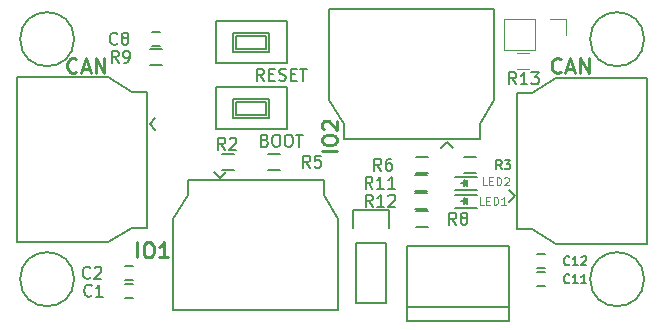
<source format=gto>
G04 #@! TF.FileFunction,Legend,Top*
%FSLAX46Y46*%
G04 Gerber Fmt 4.6, Leading zero omitted, Abs format (unit mm)*
G04 Created by KiCad (PCBNEW 4.0.6) date Fri Jul  7 23:07:04 2017*
%MOMM*%
%LPD*%
G01*
G04 APERTURE LIST*
%ADD10C,0.090000*%
%ADD11C,0.096520*%
%ADD12C,0.254000*%
%ADD13C,0.150000*%
%ADD14C,0.120000*%
%ADD15C,0.127000*%
G04 APERTURE END LIST*
D10*
D11*
X148711557Y-111181243D02*
X148384986Y-111181243D01*
X148384986Y-110495443D01*
X148940157Y-110822014D02*
X149168757Y-110822014D01*
X149266728Y-111181243D02*
X148940157Y-111181243D01*
X148940157Y-110495443D01*
X149266728Y-110495443D01*
X149560643Y-111181243D02*
X149560643Y-110495443D01*
X149723928Y-110495443D01*
X149821900Y-110528100D01*
X149887214Y-110593414D01*
X149919871Y-110658729D01*
X149952528Y-110789357D01*
X149952528Y-110887329D01*
X149919871Y-111017957D01*
X149887214Y-111083271D01*
X149821900Y-111148586D01*
X149723928Y-111181243D01*
X149560643Y-111181243D01*
X150605671Y-111181243D02*
X150213786Y-111181243D01*
X150409728Y-111181243D02*
X150409728Y-110495443D01*
X150344414Y-110593414D01*
X150279100Y-110658729D01*
X150213786Y-110691386D01*
X148965557Y-109530243D02*
X148638986Y-109530243D01*
X148638986Y-108844443D01*
X149194157Y-109171014D02*
X149422757Y-109171014D01*
X149520728Y-109530243D02*
X149194157Y-109530243D01*
X149194157Y-108844443D01*
X149520728Y-108844443D01*
X149814643Y-109530243D02*
X149814643Y-108844443D01*
X149977928Y-108844443D01*
X150075900Y-108877100D01*
X150141214Y-108942414D01*
X150173871Y-109007729D01*
X150206528Y-109138357D01*
X150206528Y-109236329D01*
X150173871Y-109366957D01*
X150141214Y-109432271D01*
X150075900Y-109497586D01*
X149977928Y-109530243D01*
X149814643Y-109530243D01*
X150467786Y-108909757D02*
X150500443Y-108877100D01*
X150565757Y-108844443D01*
X150729043Y-108844443D01*
X150794357Y-108877100D01*
X150827014Y-108909757D01*
X150859671Y-108975071D01*
X150859671Y-109040386D01*
X150827014Y-109138357D01*
X150435128Y-109530243D01*
X150859671Y-109530243D01*
D12*
X136312124Y-106654600D02*
X135042124Y-106654600D01*
X135042124Y-105807933D02*
X135042124Y-105566029D01*
X135102600Y-105445076D01*
X135223552Y-105324124D01*
X135465457Y-105263648D01*
X135888790Y-105263648D01*
X136130695Y-105324124D01*
X136251648Y-105445076D01*
X136312124Y-105566029D01*
X136312124Y-105807933D01*
X136251648Y-105928886D01*
X136130695Y-106049838D01*
X135888790Y-106110314D01*
X135465457Y-106110314D01*
X135223552Y-106049838D01*
X135102600Y-105928886D01*
X135042124Y-105807933D01*
X135163076Y-104779838D02*
X135102600Y-104719362D01*
X135042124Y-104598410D01*
X135042124Y-104296029D01*
X135102600Y-104175076D01*
X135163076Y-104114600D01*
X135284029Y-104054124D01*
X135404981Y-104054124D01*
X135586410Y-104114600D01*
X136312124Y-104840314D01*
X136312124Y-104054124D01*
X119380000Y-115636524D02*
X119380000Y-114366524D01*
X120226667Y-114366524D02*
X120468571Y-114366524D01*
X120589524Y-114427000D01*
X120710476Y-114547952D01*
X120770952Y-114789857D01*
X120770952Y-115213190D01*
X120710476Y-115455095D01*
X120589524Y-115576048D01*
X120468571Y-115636524D01*
X120226667Y-115636524D01*
X120105714Y-115576048D01*
X119984762Y-115455095D01*
X119924286Y-115213190D01*
X119924286Y-114789857D01*
X119984762Y-114547952D01*
X120105714Y-114427000D01*
X120226667Y-114366524D01*
X121980476Y-115636524D02*
X121254762Y-115636524D01*
X121617619Y-115636524D02*
X121617619Y-114366524D01*
X121496667Y-114547952D01*
X121375714Y-114668905D01*
X121254762Y-114729381D01*
X114245572Y-99894571D02*
X114185096Y-99955048D01*
X114003667Y-100015524D01*
X113882715Y-100015524D01*
X113701287Y-99955048D01*
X113580334Y-99834095D01*
X113519858Y-99713143D01*
X113459382Y-99471238D01*
X113459382Y-99289810D01*
X113519858Y-99047905D01*
X113580334Y-98926952D01*
X113701287Y-98806000D01*
X113882715Y-98745524D01*
X114003667Y-98745524D01*
X114185096Y-98806000D01*
X114245572Y-98866476D01*
X114729382Y-99652667D02*
X115334144Y-99652667D01*
X114608429Y-100015524D02*
X115031763Y-98745524D01*
X115455096Y-100015524D01*
X115878429Y-100015524D02*
X115878429Y-98745524D01*
X116604143Y-100015524D01*
X116604143Y-98745524D01*
X155266572Y-99894571D02*
X155206096Y-99955048D01*
X155024667Y-100015524D01*
X154903715Y-100015524D01*
X154722287Y-99955048D01*
X154601334Y-99834095D01*
X154540858Y-99713143D01*
X154480382Y-99471238D01*
X154480382Y-99289810D01*
X154540858Y-99047905D01*
X154601334Y-98926952D01*
X154722287Y-98806000D01*
X154903715Y-98745524D01*
X155024667Y-98745524D01*
X155206096Y-98806000D01*
X155266572Y-98866476D01*
X155750382Y-99652667D02*
X156355144Y-99652667D01*
X155629429Y-100015524D02*
X156052763Y-98745524D01*
X156476096Y-100015524D01*
X156899429Y-100015524D02*
X156899429Y-98745524D01*
X157625143Y-100015524D01*
X157625143Y-98745524D01*
D13*
X151342340Y-110456986D02*
X150842340Y-109956986D01*
X150842340Y-110956986D02*
X151342340Y-110456986D01*
X154842340Y-114456986D02*
X162592340Y-114456986D01*
X152842340Y-113206986D02*
X154842340Y-114456986D01*
X151542340Y-113206986D02*
X152842340Y-113206986D01*
X151542340Y-101706986D02*
X151542340Y-113206986D01*
X152842340Y-101706986D02*
X151542340Y-101706986D01*
X154842340Y-100456986D02*
X152842340Y-101706986D01*
X162592340Y-100456986D02*
X154842340Y-100456986D01*
X162592340Y-114456986D02*
X162592340Y-100456986D01*
X114046000Y-117475000D02*
G75*
G03X114046000Y-117475000I-2286000J0D01*
G01*
X114046000Y-97155000D02*
G75*
G03X114046000Y-97155000I-2286000J0D01*
G01*
X162306000Y-97155000D02*
G75*
G03X162306000Y-97155000I-2286000J0D01*
G01*
X119034000Y-119091000D02*
X118334000Y-119091000D01*
X118334000Y-117891000D02*
X119034000Y-117891000D01*
X119029000Y-117567000D02*
X118329000Y-117567000D01*
X118329000Y-116367000D02*
X119029000Y-116367000D01*
X121320000Y-97755000D02*
X120620000Y-97755000D01*
X120620000Y-96555000D02*
X121320000Y-96555000D01*
X153254000Y-116875000D02*
X153954000Y-116875000D01*
X153954000Y-118075000D02*
X153254000Y-118075000D01*
X153254000Y-115351000D02*
X153954000Y-115351000D01*
X153954000Y-116551000D02*
X153254000Y-116551000D01*
X137922000Y-114427000D02*
X137922000Y-119507000D01*
X137922000Y-119507000D02*
X140462000Y-119507000D01*
X140462000Y-119507000D02*
X140462000Y-114427000D01*
X140742000Y-111607000D02*
X140742000Y-113157000D01*
X140462000Y-114427000D02*
X137922000Y-114427000D01*
X137642000Y-113157000D02*
X137642000Y-111607000D01*
X137642000Y-111607000D02*
X140742000Y-111607000D01*
X142207100Y-121038460D02*
X150907100Y-121038460D01*
X142207100Y-114633460D02*
X150907100Y-114633460D01*
X150907100Y-114633460D02*
X150907100Y-121038460D01*
X150907100Y-119808460D02*
X142207100Y-119808460D01*
X142207100Y-121038460D02*
X142207100Y-114633460D01*
X126584000Y-106894000D02*
X127584000Y-106894000D01*
X127584000Y-108244000D02*
X126584000Y-108244000D01*
X148074000Y-108498000D02*
X147074000Y-108498000D01*
X147074000Y-107148000D02*
X148074000Y-107148000D01*
X131480000Y-108244000D02*
X130480000Y-108244000D01*
X130480000Y-106894000D02*
X131480000Y-106894000D01*
X143010000Y-107148000D02*
X144010000Y-107148000D01*
X144010000Y-108498000D02*
X143010000Y-108498000D01*
X144010000Y-113070000D02*
X143010000Y-113070000D01*
X143010000Y-111720000D02*
X144010000Y-111720000D01*
X120447000Y-98004000D02*
X121447000Y-98004000D01*
X121447000Y-99354000D02*
X120447000Y-99354000D01*
X142926000Y-108672000D02*
X143926000Y-108672000D01*
X143926000Y-110022000D02*
X142926000Y-110022000D01*
X142946500Y-110196000D02*
X143946500Y-110196000D01*
X143946500Y-111546000D02*
X142946500Y-111546000D01*
X127792110Y-96858780D02*
X130292110Y-96858780D01*
X130292110Y-96858780D02*
X130292110Y-97958780D01*
X130292110Y-97958780D02*
X127792110Y-97958780D01*
X127792110Y-97958780D02*
X127792110Y-96858780D01*
X127542110Y-98208780D02*
X130542110Y-98208780D01*
X127542110Y-96608780D02*
X130542110Y-96608780D01*
X130542110Y-96608780D02*
X130542110Y-98208780D01*
X127542110Y-96608780D02*
X127542110Y-98208780D01*
X126042110Y-99158780D02*
X132042110Y-99158780D01*
X126042110Y-95658780D02*
X132042110Y-95658780D01*
X126042110Y-95658780D02*
X126042110Y-99158780D01*
X132042110Y-95658780D02*
X132042110Y-99158780D01*
X127792110Y-102446780D02*
X130292110Y-102446780D01*
X130292110Y-102446780D02*
X130292110Y-103546780D01*
X130292110Y-103546780D02*
X127792110Y-103546780D01*
X127792110Y-103546780D02*
X127792110Y-102446780D01*
X127542110Y-103796780D02*
X130542110Y-103796780D01*
X127542110Y-102196780D02*
X130542110Y-102196780D01*
X130542110Y-102196780D02*
X130542110Y-103796780D01*
X127542110Y-102196780D02*
X127542110Y-103796780D01*
X126042110Y-104746780D02*
X132042110Y-104746780D01*
X126042110Y-101246780D02*
X132042110Y-101246780D01*
X126042110Y-101246780D02*
X126042110Y-104746780D01*
X132042110Y-101246780D02*
X132042110Y-104746780D01*
X162306000Y-117475000D02*
G75*
G03X162306000Y-117475000I-2286000J0D01*
G01*
X148166000Y-108797000D02*
X146266000Y-108797000D01*
X148166000Y-109897000D02*
X146266000Y-109897000D01*
X147266000Y-109347000D02*
X146816000Y-109347000D01*
X147316000Y-109597000D02*
X147316000Y-109097000D01*
X147316000Y-109347000D02*
X147066000Y-109597000D01*
X147066000Y-109597000D02*
X147066000Y-109097000D01*
X147066000Y-109097000D02*
X147316000Y-109347000D01*
X148166000Y-110321000D02*
X146266000Y-110321000D01*
X148166000Y-111421000D02*
X146266000Y-111421000D01*
X147266000Y-110871000D02*
X146816000Y-110871000D01*
X147316000Y-111121000D02*
X147316000Y-110621000D01*
X147316000Y-110871000D02*
X147066000Y-111121000D01*
X147066000Y-111121000D02*
X147066000Y-110621000D01*
X147066000Y-110621000D02*
X147316000Y-110871000D01*
X126427986Y-108871000D02*
X126927986Y-108371000D01*
X125927986Y-108371000D02*
X126427986Y-108871000D01*
X122427986Y-112371000D02*
X122427986Y-120121000D01*
X123677986Y-110371000D02*
X122427986Y-112371000D01*
X123677986Y-109071000D02*
X123677986Y-110371000D01*
X135177986Y-109071000D02*
X123677986Y-109071000D01*
X135177986Y-110371000D02*
X135177986Y-109071000D01*
X136427986Y-112371000D02*
X135177986Y-110371000D01*
X136427986Y-120121000D02*
X136427986Y-112371000D01*
X122427986Y-120121000D02*
X136427986Y-120121000D01*
X145635986Y-105832660D02*
X145135986Y-106332660D01*
X146135986Y-106332660D02*
X145635986Y-105832660D01*
X149635986Y-102332660D02*
X149635986Y-94582660D01*
X148385986Y-104332660D02*
X149635986Y-102332660D01*
X148385986Y-105632660D02*
X148385986Y-104332660D01*
X136885986Y-105632660D02*
X148385986Y-105632660D01*
X136885986Y-104332660D02*
X136885986Y-105632660D01*
X135635986Y-102332660D02*
X136885986Y-104332660D01*
X135635986Y-94582660D02*
X135635986Y-102332660D01*
X149635986Y-94582660D02*
X135635986Y-94582660D01*
X120437660Y-104363006D02*
X120937660Y-104863006D01*
X120937660Y-103863006D02*
X120437660Y-104363006D01*
X116937660Y-100363006D02*
X109187660Y-100363006D01*
X118937660Y-101613006D02*
X116937660Y-100363006D01*
X120237660Y-101613006D02*
X118937660Y-101613006D01*
X120237660Y-113113006D02*
X120237660Y-101613006D01*
X118937660Y-113113006D02*
X120237660Y-113113006D01*
X116937660Y-114363006D02*
X118937660Y-113113006D01*
X109187660Y-114363006D02*
X116937660Y-114363006D01*
X109187660Y-100363006D02*
X109187660Y-114363006D01*
D14*
X153060400Y-95444000D02*
X150460400Y-95444000D01*
X150460400Y-95444000D02*
X150460400Y-98104000D01*
X150460400Y-98104000D02*
X153060400Y-98104000D01*
X153060400Y-98104000D02*
X153060400Y-95444000D01*
X154330400Y-95444000D02*
X155660400Y-95444000D01*
X155660400Y-95444000D02*
X155660400Y-96774000D01*
X152556400Y-99689200D02*
X151556400Y-99689200D01*
X151556400Y-98329200D02*
X152556400Y-98329200D01*
D13*
X115530334Y-118848143D02*
X115482715Y-118895762D01*
X115339858Y-118943381D01*
X115244620Y-118943381D01*
X115101762Y-118895762D01*
X115006524Y-118800524D01*
X114958905Y-118705286D01*
X114911286Y-118514810D01*
X114911286Y-118371952D01*
X114958905Y-118181476D01*
X115006524Y-118086238D01*
X115101762Y-117991000D01*
X115244620Y-117943381D01*
X115339858Y-117943381D01*
X115482715Y-117991000D01*
X115530334Y-118038619D01*
X116482715Y-118943381D02*
X115911286Y-118943381D01*
X116197000Y-118943381D02*
X116197000Y-117943381D01*
X116101762Y-118086238D01*
X116006524Y-118181476D01*
X115911286Y-118229095D01*
X115403334Y-117324143D02*
X115355715Y-117371762D01*
X115212858Y-117419381D01*
X115117620Y-117419381D01*
X114974762Y-117371762D01*
X114879524Y-117276524D01*
X114831905Y-117181286D01*
X114784286Y-116990810D01*
X114784286Y-116847952D01*
X114831905Y-116657476D01*
X114879524Y-116562238D01*
X114974762Y-116467000D01*
X115117620Y-116419381D01*
X115212858Y-116419381D01*
X115355715Y-116467000D01*
X115403334Y-116514619D01*
X115784286Y-116514619D02*
X115831905Y-116467000D01*
X115927143Y-116419381D01*
X116165239Y-116419381D01*
X116260477Y-116467000D01*
X116308096Y-116514619D01*
X116355715Y-116609857D01*
X116355715Y-116705095D01*
X116308096Y-116847952D01*
X115736667Y-117419381D01*
X116355715Y-117419381D01*
X117689334Y-97512143D02*
X117641715Y-97559762D01*
X117498858Y-97607381D01*
X117403620Y-97607381D01*
X117260762Y-97559762D01*
X117165524Y-97464524D01*
X117117905Y-97369286D01*
X117070286Y-97178810D01*
X117070286Y-97035952D01*
X117117905Y-96845476D01*
X117165524Y-96750238D01*
X117260762Y-96655000D01*
X117403620Y-96607381D01*
X117498858Y-96607381D01*
X117641715Y-96655000D01*
X117689334Y-96702619D01*
X118260762Y-97035952D02*
X118165524Y-96988333D01*
X118117905Y-96940714D01*
X118070286Y-96845476D01*
X118070286Y-96797857D01*
X118117905Y-96702619D01*
X118165524Y-96655000D01*
X118260762Y-96607381D01*
X118451239Y-96607381D01*
X118546477Y-96655000D01*
X118594096Y-96702619D01*
X118641715Y-96797857D01*
X118641715Y-96845476D01*
X118594096Y-96940714D01*
X118546477Y-96988333D01*
X118451239Y-97035952D01*
X118260762Y-97035952D01*
X118165524Y-97083571D01*
X118117905Y-97131190D01*
X118070286Y-97226429D01*
X118070286Y-97416905D01*
X118117905Y-97512143D01*
X118165524Y-97559762D01*
X118260762Y-97607381D01*
X118451239Y-97607381D01*
X118546477Y-97559762D01*
X118594096Y-97512143D01*
X118641715Y-97416905D01*
X118641715Y-97226429D01*
X118594096Y-97131190D01*
X118546477Y-97083571D01*
X118451239Y-97035952D01*
D15*
X155974143Y-117747143D02*
X155937857Y-117783429D01*
X155829000Y-117819714D01*
X155756429Y-117819714D01*
X155647572Y-117783429D01*
X155575000Y-117710857D01*
X155538715Y-117638286D01*
X155502429Y-117493143D01*
X155502429Y-117384286D01*
X155538715Y-117239143D01*
X155575000Y-117166571D01*
X155647572Y-117094000D01*
X155756429Y-117057714D01*
X155829000Y-117057714D01*
X155937857Y-117094000D01*
X155974143Y-117130286D01*
X156699857Y-117819714D02*
X156264429Y-117819714D01*
X156482143Y-117819714D02*
X156482143Y-117057714D01*
X156409572Y-117166571D01*
X156337000Y-117239143D01*
X156264429Y-117275429D01*
X157425571Y-117819714D02*
X156990143Y-117819714D01*
X157207857Y-117819714D02*
X157207857Y-117057714D01*
X157135286Y-117166571D01*
X157062714Y-117239143D01*
X156990143Y-117275429D01*
X155974143Y-116223143D02*
X155937857Y-116259429D01*
X155829000Y-116295714D01*
X155756429Y-116295714D01*
X155647572Y-116259429D01*
X155575000Y-116186857D01*
X155538715Y-116114286D01*
X155502429Y-115969143D01*
X155502429Y-115860286D01*
X155538715Y-115715143D01*
X155575000Y-115642571D01*
X155647572Y-115570000D01*
X155756429Y-115533714D01*
X155829000Y-115533714D01*
X155937857Y-115570000D01*
X155974143Y-115606286D01*
X156699857Y-116295714D02*
X156264429Y-116295714D01*
X156482143Y-116295714D02*
X156482143Y-115533714D01*
X156409572Y-115642571D01*
X156337000Y-115715143D01*
X156264429Y-115751429D01*
X156990143Y-115606286D02*
X157026429Y-115570000D01*
X157099000Y-115533714D01*
X157280429Y-115533714D01*
X157353000Y-115570000D01*
X157389286Y-115606286D01*
X157425571Y-115678857D01*
X157425571Y-115751429D01*
X157389286Y-115860286D01*
X156953857Y-116295714D01*
X157425571Y-116295714D01*
D13*
X126833334Y-106497381D02*
X126500000Y-106021190D01*
X126261905Y-106497381D02*
X126261905Y-105497381D01*
X126642858Y-105497381D01*
X126738096Y-105545000D01*
X126785715Y-105592619D01*
X126833334Y-105687857D01*
X126833334Y-105830714D01*
X126785715Y-105925952D01*
X126738096Y-105973571D01*
X126642858Y-106021190D01*
X126261905Y-106021190D01*
X127214286Y-105592619D02*
X127261905Y-105545000D01*
X127357143Y-105497381D01*
X127595239Y-105497381D01*
X127690477Y-105545000D01*
X127738096Y-105592619D01*
X127785715Y-105687857D01*
X127785715Y-105783095D01*
X127738096Y-105925952D01*
X127166667Y-106497381D01*
X127785715Y-106497381D01*
D15*
X150241000Y-108167714D02*
X149987000Y-107804857D01*
X149805572Y-108167714D02*
X149805572Y-107405714D01*
X150095857Y-107405714D01*
X150168429Y-107442000D01*
X150204714Y-107478286D01*
X150241000Y-107550857D01*
X150241000Y-107659714D01*
X150204714Y-107732286D01*
X150168429Y-107768571D01*
X150095857Y-107804857D01*
X149805572Y-107804857D01*
X150495000Y-107405714D02*
X150966714Y-107405714D01*
X150712714Y-107696000D01*
X150821572Y-107696000D01*
X150894143Y-107732286D01*
X150930429Y-107768571D01*
X150966714Y-107841143D01*
X150966714Y-108022571D01*
X150930429Y-108095143D01*
X150894143Y-108131429D01*
X150821572Y-108167714D01*
X150603857Y-108167714D01*
X150531286Y-108131429D01*
X150495000Y-108095143D01*
D13*
X134031334Y-108021381D02*
X133698000Y-107545190D01*
X133459905Y-108021381D02*
X133459905Y-107021381D01*
X133840858Y-107021381D01*
X133936096Y-107069000D01*
X133983715Y-107116619D01*
X134031334Y-107211857D01*
X134031334Y-107354714D01*
X133983715Y-107449952D01*
X133936096Y-107497571D01*
X133840858Y-107545190D01*
X133459905Y-107545190D01*
X134936096Y-107021381D02*
X134459905Y-107021381D01*
X134412286Y-107497571D01*
X134459905Y-107449952D01*
X134555143Y-107402333D01*
X134793239Y-107402333D01*
X134888477Y-107449952D01*
X134936096Y-107497571D01*
X134983715Y-107592810D01*
X134983715Y-107830905D01*
X134936096Y-107926143D01*
X134888477Y-107973762D01*
X134793239Y-108021381D01*
X134555143Y-108021381D01*
X134459905Y-107973762D01*
X134412286Y-107926143D01*
X140041334Y-108275381D02*
X139708000Y-107799190D01*
X139469905Y-108275381D02*
X139469905Y-107275381D01*
X139850858Y-107275381D01*
X139946096Y-107323000D01*
X139993715Y-107370619D01*
X140041334Y-107465857D01*
X140041334Y-107608714D01*
X139993715Y-107703952D01*
X139946096Y-107751571D01*
X139850858Y-107799190D01*
X139469905Y-107799190D01*
X140898477Y-107275381D02*
X140708000Y-107275381D01*
X140612762Y-107323000D01*
X140565143Y-107370619D01*
X140469905Y-107513476D01*
X140422286Y-107703952D01*
X140422286Y-108084905D01*
X140469905Y-108180143D01*
X140517524Y-108227762D01*
X140612762Y-108275381D01*
X140803239Y-108275381D01*
X140898477Y-108227762D01*
X140946096Y-108180143D01*
X140993715Y-108084905D01*
X140993715Y-107846810D01*
X140946096Y-107751571D01*
X140898477Y-107703952D01*
X140803239Y-107656333D01*
X140612762Y-107656333D01*
X140517524Y-107703952D01*
X140469905Y-107751571D01*
X140422286Y-107846810D01*
X146391334Y-112847381D02*
X146058000Y-112371190D01*
X145819905Y-112847381D02*
X145819905Y-111847381D01*
X146200858Y-111847381D01*
X146296096Y-111895000D01*
X146343715Y-111942619D01*
X146391334Y-112037857D01*
X146391334Y-112180714D01*
X146343715Y-112275952D01*
X146296096Y-112323571D01*
X146200858Y-112371190D01*
X145819905Y-112371190D01*
X146962762Y-112275952D02*
X146867524Y-112228333D01*
X146819905Y-112180714D01*
X146772286Y-112085476D01*
X146772286Y-112037857D01*
X146819905Y-111942619D01*
X146867524Y-111895000D01*
X146962762Y-111847381D01*
X147153239Y-111847381D01*
X147248477Y-111895000D01*
X147296096Y-111942619D01*
X147343715Y-112037857D01*
X147343715Y-112085476D01*
X147296096Y-112180714D01*
X147248477Y-112228333D01*
X147153239Y-112275952D01*
X146962762Y-112275952D01*
X146867524Y-112323571D01*
X146819905Y-112371190D01*
X146772286Y-112466429D01*
X146772286Y-112656905D01*
X146819905Y-112752143D01*
X146867524Y-112799762D01*
X146962762Y-112847381D01*
X147153239Y-112847381D01*
X147248477Y-112799762D01*
X147296096Y-112752143D01*
X147343715Y-112656905D01*
X147343715Y-112466429D01*
X147296096Y-112371190D01*
X147248477Y-112323571D01*
X147153239Y-112275952D01*
X117816334Y-99131381D02*
X117483000Y-98655190D01*
X117244905Y-99131381D02*
X117244905Y-98131381D01*
X117625858Y-98131381D01*
X117721096Y-98179000D01*
X117768715Y-98226619D01*
X117816334Y-98321857D01*
X117816334Y-98464714D01*
X117768715Y-98559952D01*
X117721096Y-98607571D01*
X117625858Y-98655190D01*
X117244905Y-98655190D01*
X118292524Y-99131381D02*
X118483000Y-99131381D01*
X118578239Y-99083762D01*
X118625858Y-99036143D01*
X118721096Y-98893286D01*
X118768715Y-98702810D01*
X118768715Y-98321857D01*
X118721096Y-98226619D01*
X118673477Y-98179000D01*
X118578239Y-98131381D01*
X118387762Y-98131381D01*
X118292524Y-98179000D01*
X118244905Y-98226619D01*
X118197286Y-98321857D01*
X118197286Y-98559952D01*
X118244905Y-98655190D01*
X118292524Y-98702810D01*
X118387762Y-98750429D01*
X118578239Y-98750429D01*
X118673477Y-98702810D01*
X118721096Y-98655190D01*
X118768715Y-98559952D01*
X139311143Y-109799381D02*
X138977809Y-109323190D01*
X138739714Y-109799381D02*
X138739714Y-108799381D01*
X139120667Y-108799381D01*
X139215905Y-108847000D01*
X139263524Y-108894619D01*
X139311143Y-108989857D01*
X139311143Y-109132714D01*
X139263524Y-109227952D01*
X139215905Y-109275571D01*
X139120667Y-109323190D01*
X138739714Y-109323190D01*
X140263524Y-109799381D02*
X139692095Y-109799381D01*
X139977809Y-109799381D02*
X139977809Y-108799381D01*
X139882571Y-108942238D01*
X139787333Y-109037476D01*
X139692095Y-109085095D01*
X141215905Y-109799381D02*
X140644476Y-109799381D01*
X140930190Y-109799381D02*
X140930190Y-108799381D01*
X140834952Y-108942238D01*
X140739714Y-109037476D01*
X140644476Y-109085095D01*
X139331643Y-111323381D02*
X138998309Y-110847190D01*
X138760214Y-111323381D02*
X138760214Y-110323381D01*
X139141167Y-110323381D01*
X139236405Y-110371000D01*
X139284024Y-110418619D01*
X139331643Y-110513857D01*
X139331643Y-110656714D01*
X139284024Y-110751952D01*
X139236405Y-110799571D01*
X139141167Y-110847190D01*
X138760214Y-110847190D01*
X140284024Y-111323381D02*
X139712595Y-111323381D01*
X139998309Y-111323381D02*
X139998309Y-110323381D01*
X139903071Y-110466238D01*
X139807833Y-110561476D01*
X139712595Y-110609095D01*
X140664976Y-110418619D02*
X140712595Y-110371000D01*
X140807833Y-110323381D01*
X141045929Y-110323381D01*
X141141167Y-110371000D01*
X141188786Y-110418619D01*
X141236405Y-110513857D01*
X141236405Y-110609095D01*
X141188786Y-110751952D01*
X140617357Y-111323381D01*
X141236405Y-111323381D01*
X130119619Y-100655381D02*
X129786285Y-100179190D01*
X129548190Y-100655381D02*
X129548190Y-99655381D01*
X129929143Y-99655381D01*
X130024381Y-99703000D01*
X130072000Y-99750619D01*
X130119619Y-99845857D01*
X130119619Y-99988714D01*
X130072000Y-100083952D01*
X130024381Y-100131571D01*
X129929143Y-100179190D01*
X129548190Y-100179190D01*
X130548190Y-100131571D02*
X130881524Y-100131571D01*
X131024381Y-100655381D02*
X130548190Y-100655381D01*
X130548190Y-99655381D01*
X131024381Y-99655381D01*
X131405333Y-100607762D02*
X131548190Y-100655381D01*
X131786286Y-100655381D01*
X131881524Y-100607762D01*
X131929143Y-100560143D01*
X131976762Y-100464905D01*
X131976762Y-100369667D01*
X131929143Y-100274429D01*
X131881524Y-100226810D01*
X131786286Y-100179190D01*
X131595809Y-100131571D01*
X131500571Y-100083952D01*
X131452952Y-100036333D01*
X131405333Y-99941095D01*
X131405333Y-99845857D01*
X131452952Y-99750619D01*
X131500571Y-99703000D01*
X131595809Y-99655381D01*
X131833905Y-99655381D01*
X131976762Y-99703000D01*
X132405333Y-100131571D02*
X132738667Y-100131571D01*
X132881524Y-100655381D02*
X132405333Y-100655381D01*
X132405333Y-99655381D01*
X132881524Y-99655381D01*
X133167238Y-99655381D02*
X133738667Y-99655381D01*
X133452952Y-100655381D02*
X133452952Y-99655381D01*
X130214858Y-105719571D02*
X130357715Y-105767190D01*
X130405334Y-105814810D01*
X130452953Y-105910048D01*
X130452953Y-106052905D01*
X130405334Y-106148143D01*
X130357715Y-106195762D01*
X130262477Y-106243381D01*
X129881524Y-106243381D01*
X129881524Y-105243381D01*
X130214858Y-105243381D01*
X130310096Y-105291000D01*
X130357715Y-105338619D01*
X130405334Y-105433857D01*
X130405334Y-105529095D01*
X130357715Y-105624333D01*
X130310096Y-105671952D01*
X130214858Y-105719571D01*
X129881524Y-105719571D01*
X131072000Y-105243381D02*
X131262477Y-105243381D01*
X131357715Y-105291000D01*
X131452953Y-105386238D01*
X131500572Y-105576714D01*
X131500572Y-105910048D01*
X131452953Y-106100524D01*
X131357715Y-106195762D01*
X131262477Y-106243381D01*
X131072000Y-106243381D01*
X130976762Y-106195762D01*
X130881524Y-106100524D01*
X130833905Y-105910048D01*
X130833905Y-105576714D01*
X130881524Y-105386238D01*
X130976762Y-105291000D01*
X131072000Y-105243381D01*
X132119619Y-105243381D02*
X132310096Y-105243381D01*
X132405334Y-105291000D01*
X132500572Y-105386238D01*
X132548191Y-105576714D01*
X132548191Y-105910048D01*
X132500572Y-106100524D01*
X132405334Y-106195762D01*
X132310096Y-106243381D01*
X132119619Y-106243381D01*
X132024381Y-106195762D01*
X131929143Y-106100524D01*
X131881524Y-105910048D01*
X131881524Y-105576714D01*
X131929143Y-105386238D01*
X132024381Y-105291000D01*
X132119619Y-105243381D01*
X132833905Y-105243381D02*
X133405334Y-105243381D01*
X133119619Y-106243381D02*
X133119619Y-105243381D01*
X151477743Y-100960181D02*
X151144409Y-100483990D01*
X150906314Y-100960181D02*
X150906314Y-99960181D01*
X151287267Y-99960181D01*
X151382505Y-100007800D01*
X151430124Y-100055419D01*
X151477743Y-100150657D01*
X151477743Y-100293514D01*
X151430124Y-100388752D01*
X151382505Y-100436371D01*
X151287267Y-100483990D01*
X150906314Y-100483990D01*
X152430124Y-100960181D02*
X151858695Y-100960181D01*
X152144409Y-100960181D02*
X152144409Y-99960181D01*
X152049171Y-100103038D01*
X151953933Y-100198276D01*
X151858695Y-100245895D01*
X152763457Y-99960181D02*
X153382505Y-99960181D01*
X153049171Y-100341133D01*
X153192029Y-100341133D01*
X153287267Y-100388752D01*
X153334886Y-100436371D01*
X153382505Y-100531610D01*
X153382505Y-100769705D01*
X153334886Y-100864943D01*
X153287267Y-100912562D01*
X153192029Y-100960181D01*
X152906314Y-100960181D01*
X152811076Y-100912562D01*
X152763457Y-100864943D01*
M02*

</source>
